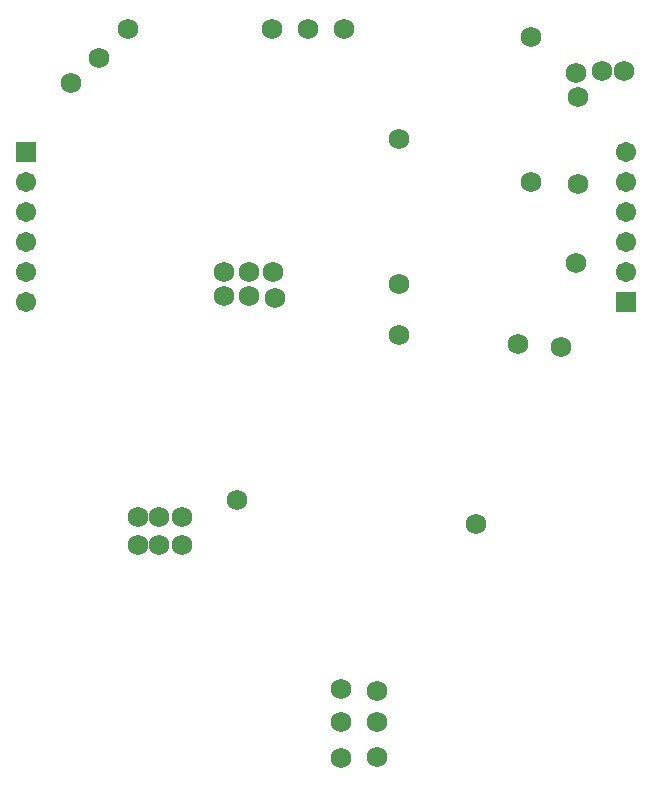
<source format=gbs>
%FSLAX25Y25*%
%MOIN*%
G70*
G01*
G75*
G04 Layer_Color=16711935*
%ADD10C,0.03000*%
%ADD11C,0.02000*%
%ADD12C,0.01000*%
%ADD13C,0.01500*%
%ADD14C,0.01200*%
%ADD15O,0.02756X0.01181*%
%ADD16R,0.02756X0.01181*%
%ADD17O,0.04724X0.01221*%
%ADD18R,0.04724X0.01221*%
%ADD19R,0.06693X0.13000*%
G04:AMPARAMS|DCode=20|XSize=66.93mil|YSize=130mil|CornerRadius=0mil|HoleSize=0mil|Usage=FLASHONLY|Rotation=180.000|XOffset=0mil|YOffset=0mil|HoleType=Round|Shape=Octagon|*
%AMOCTAGOND20*
4,1,8,0.01673,-0.06500,-0.01673,-0.06500,-0.03347,-0.04827,-0.03347,0.04827,-0.01673,0.06500,0.01673,0.06500,0.03347,0.04827,0.03347,-0.04827,0.01673,-0.06500,0.0*
%
%ADD20OCTAGOND20*%

G04:AMPARAMS|DCode=21|XSize=78.74mil|YSize=98.43mil|CornerRadius=0mil|HoleSize=0mil|Usage=FLASHONLY|Rotation=180.000|XOffset=0mil|YOffset=0mil|HoleType=Round|Shape=Octagon|*
%AMOCTAGOND21*
4,1,8,0.01969,-0.04921,-0.01969,-0.04921,-0.03937,-0.02953,-0.03937,0.02953,-0.01969,0.04921,0.01969,0.04921,0.03937,0.02953,0.03937,-0.02953,0.01969,-0.04921,0.0*
%
%ADD21OCTAGOND21*%

%ADD22R,0.07874X0.09843*%
%ADD23R,0.04331X0.05512*%
%ADD24R,0.10906X0.16732*%
%ADD25R,0.05906X0.05512*%
%ADD26R,0.06000X0.06000*%
%ADD27R,0.05500X0.03000*%
%ADD28O,0.05500X0.03000*%
%ADD29R,0.05512X0.05906*%
%ADD30R,0.04331X0.06693*%
%ADD31R,0.05512X0.02559*%
G04:AMPARAMS|DCode=32|XSize=55.12mil|YSize=25.59mil|CornerRadius=0mil|HoleSize=0mil|Usage=FLASHONLY|Rotation=180.000|XOffset=0mil|YOffset=0mil|HoleType=Round|Shape=Octagon|*
%AMOCTAGOND32*
4,1,8,-0.02756,0.00640,-0.02756,-0.00640,-0.02116,-0.01280,0.02116,-0.01280,0.02756,-0.00640,0.02756,0.00640,0.02116,0.01280,-0.02116,0.01280,-0.02756,0.00640,0.0*
%
%ADD32OCTAGOND32*%

%ADD33R,0.08661X0.12795*%
%ADD34O,0.08661X0.03937*%
%ADD35R,0.08661X0.03937*%
%ADD36R,0.16732X0.10906*%
%ADD37R,0.04331X0.10236*%
%ADD38R,0.05512X0.04331*%
%ADD39R,0.28740X0.10433*%
%ADD40R,0.06496X0.01969*%
%ADD41O,0.06496X0.01969*%
%ADD42C,0.02500*%
%ADD43C,0.05906*%
%ADD44R,0.05906X0.05906*%
%ADD45C,0.06000*%
%ADD46C,0.00787*%
%ADD47O,0.03556X0.01981*%
%ADD48R,0.03556X0.01981*%
%ADD49O,0.05524X0.02021*%
%ADD50R,0.05524X0.02021*%
%ADD51R,0.07493X0.13800*%
G04:AMPARAMS|DCode=52|XSize=74.93mil|YSize=138mil|CornerRadius=0mil|HoleSize=0mil|Usage=FLASHONLY|Rotation=180.000|XOffset=0mil|YOffset=0mil|HoleType=Round|Shape=Octagon|*
%AMOCTAGOND52*
4,1,8,0.01873,-0.06900,-0.01873,-0.06900,-0.03747,-0.05027,-0.03747,0.05027,-0.01873,0.06900,0.01873,0.06900,0.03747,0.05027,0.03747,-0.05027,0.01873,-0.06900,0.0*
%
%ADD52OCTAGOND52*%

G04:AMPARAMS|DCode=53|XSize=86.74mil|YSize=106.42mil|CornerRadius=0mil|HoleSize=0mil|Usage=FLASHONLY|Rotation=180.000|XOffset=0mil|YOffset=0mil|HoleType=Round|Shape=Octagon|*
%AMOCTAGOND53*
4,1,8,0.02169,-0.05321,-0.02169,-0.05321,-0.04337,-0.03153,-0.04337,0.03153,-0.02169,0.05321,0.02169,0.05321,0.04337,0.03153,0.04337,-0.03153,0.02169,-0.05321,0.0*
%
%ADD53OCTAGOND53*%

%ADD54R,0.08674X0.10642*%
%ADD55R,0.05131X0.06312*%
%ADD56R,0.11706X0.17532*%
%ADD57R,0.06706X0.06312*%
%ADD58R,0.06800X0.06800*%
%ADD59R,0.06300X0.03800*%
%ADD60O,0.06300X0.03800*%
%ADD61R,0.06312X0.06706*%
%ADD62R,0.05131X0.07493*%
%ADD63R,0.06312X0.03359*%
G04:AMPARAMS|DCode=64|XSize=63.12mil|YSize=33.59mil|CornerRadius=0mil|HoleSize=0mil|Usage=FLASHONLY|Rotation=180.000|XOffset=0mil|YOffset=0mil|HoleType=Round|Shape=Octagon|*
%AMOCTAGOND64*
4,1,8,-0.03156,0.00840,-0.03156,-0.00840,-0.02316,-0.01680,0.02316,-0.01680,0.03156,-0.00840,0.03156,0.00840,0.02316,0.01680,-0.02316,0.01680,-0.03156,0.00840,0.0*
%
%ADD64OCTAGOND64*%

%ADD65R,0.09461X0.13595*%
%ADD66O,0.09461X0.04737*%
%ADD67R,0.09461X0.04737*%
%ADD68R,0.17532X0.11706*%
%ADD69R,0.05131X0.11036*%
%ADD70R,0.06312X0.05131*%
%ADD71R,0.29540X0.11233*%
%ADD72R,0.07296X0.02769*%
%ADD73O,0.07296X0.02769*%
%ADD74C,0.06706*%
%ADD75R,0.06706X0.06706*%
%ADD76C,0.06800*%
D74*
X335000Y273500D02*
D03*
Y263500D02*
D03*
Y253500D02*
D03*
Y243500D02*
D03*
Y233500D02*
D03*
X135000Y223500D02*
D03*
Y233500D02*
D03*
Y243500D02*
D03*
Y253500D02*
D03*
Y263500D02*
D03*
D75*
X335000Y223500D02*
D03*
X135000Y273500D02*
D03*
D76*
X205500Y157500D02*
D03*
X285000Y149500D02*
D03*
X187000Y152000D02*
D03*
X179500D02*
D03*
X172500D02*
D03*
Y142500D02*
D03*
X179500D02*
D03*
X187000D02*
D03*
X334500Y300500D02*
D03*
X327000D02*
D03*
X318500Y300000D02*
D03*
X319000Y292000D02*
D03*
Y263000D02*
D03*
X201000Y233500D02*
D03*
Y225500D02*
D03*
X209500D02*
D03*
X217500Y233500D02*
D03*
X218000Y225000D02*
D03*
X209500Y233500D02*
D03*
X259500Y229500D02*
D03*
Y212500D02*
D03*
X241000Y314500D02*
D03*
X229000D02*
D03*
X217000D02*
D03*
X240000Y94500D02*
D03*
Y83500D02*
D03*
Y71500D02*
D03*
X252000Y72000D02*
D03*
Y83500D02*
D03*
Y94000D02*
D03*
X150000Y296500D02*
D03*
X159500Y305000D02*
D03*
X169000Y314500D02*
D03*
X303500Y312000D02*
D03*
Y263500D02*
D03*
X299000Y209500D02*
D03*
X318500Y236500D02*
D03*
X313500Y208500D02*
D03*
X259500Y278000D02*
D03*
M02*

</source>
